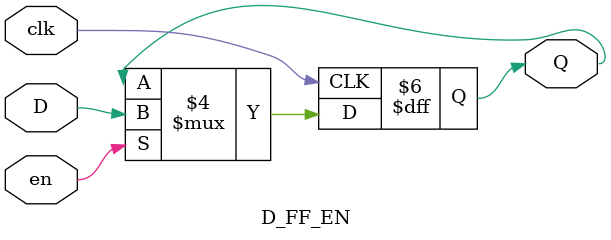
<source format=v>
`timescale 1ns / 1ps

module D_FF_EN(Q,D,clk,en);
	
	input D,clk,en;
	output reg Q;
	
	always @(posedge clk)
		begin
		
		if(en == 1'b1) Q <= D;
		else Q <= Q;
		
		end
		


endmodule

</source>
